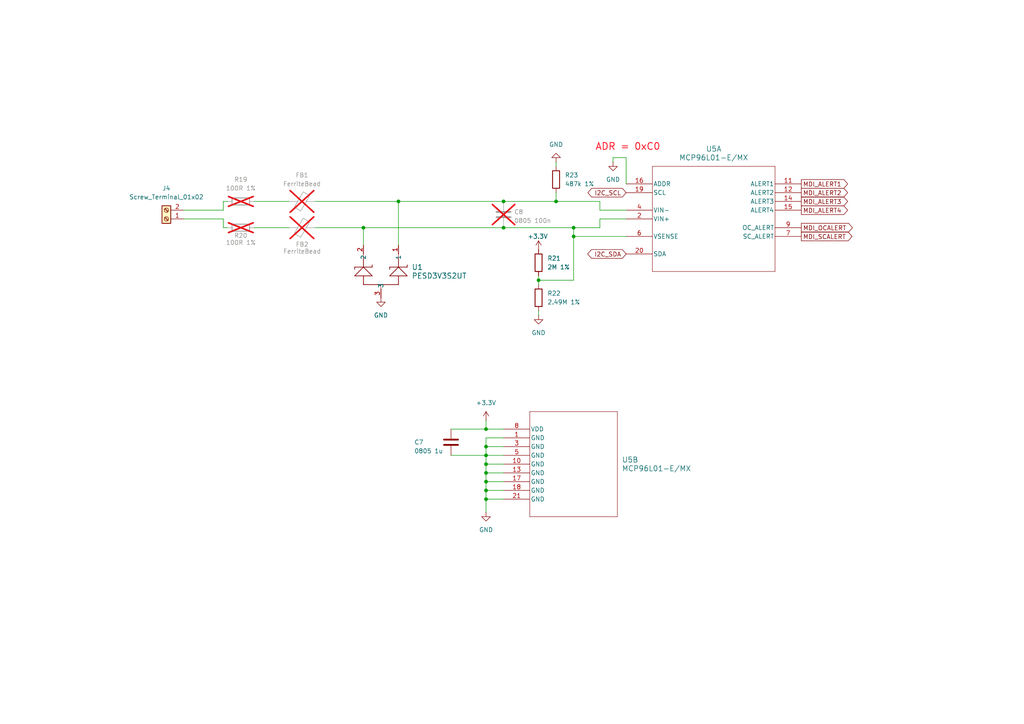
<source format=kicad_sch>
(kicad_sch (version 20250114) (generator "eeschema") (generator_version "9.0")
  (paper "A4")
  (lib_symbols
    (symbol "Connector:Screw_Terminal_01x02" (pin_names (offset 1.016) (hide yes))
      (property "Reference" "J" (at 0 2.54 0))
      (property "Value" "Screw_Terminal_01x02" (at 0 -5.08 0))
      (symbol "Screw_Terminal_01x02_1_1"
        (rectangle (start -1.27 1.27) (end 1.27 -3.81) (stroke (width 0.254)) (fill (type background)))
        (polyline (pts (xy -0.5334 0.3302) (xy 0.3302 -0.508)) (stroke (width 0.1524)))
        (polyline (pts (xy -0.5334 -2.2098) (xy 0.3302 -3.048)) (stroke (width 0.1524)))
        (polyline (pts (xy -0.3556 0.508) (xy 0.508 -0.3302)) (stroke (width 0.1524)))
        (polyline (pts (xy -0.3556 -2.032) (xy 0.508 -2.8702)) (stroke (width 0.1524)))
        (circle (center 0 0) (radius 0.635) (stroke (width 0.1524)))
        (circle (center 0 -2.54) (radius 0.635) (stroke (width 0.1524)))
        (pin passive line (at -5.08 0 0) (length 3.81) (name "Pin_1") (number "1"))
        (pin passive line (at -5.08 -2.54 0) (length 3.81) (name "Pin_2") (number "2"))
      )
    )
    (symbol "Device:C" (pin_numbers (hide yes)) (pin_names (offset 0.254))
      (property "Reference" "C" (at 0.635 2.54 0))
      (property "Value" "C" (at 0.635 -2.54 0))
      (symbol "C_0_1"
        (polyline (pts (xy -2.032 0.762) (xy 2.032 0.762)) (stroke (width 0.508)))
        (polyline (pts (xy -2.032 -0.762) (xy 2.032 -0.762)) (stroke (width 0.508)))
      )
      (symbol "C_1_1"
        (pin passive line (at 0 3.81 270) (length 2.794) (name "~") (number "1"))
        (pin passive line (at 0 -3.81 90) (length 2.794) (name "~") (number "2"))
      )
    )
    (symbol "Device:FerriteBead" (pin_numbers (hide yes)) (pin_names (offset 0))
      (property "Reference" "FB" (at -3.81 0.635 90))
      (property "Value" "FerriteBead" (at 3.81 0 90))
      (symbol "FerriteBead_0_1"
        (polyline (pts (xy -2.7686 0.4064) (xy -1.7018 2.2606) (xy 2.7686 -0.3048) (xy 1.6764 -2.159) (xy -2.7686 0.4064)))
        (polyline (pts (xy 0 1.27) (xy 0 1.2954)))
        (polyline (pts (xy 0 -1.27) (xy 0 -1.2192)))
      )
      (symbol "FerriteBead_1_1"
        (pin passive line (at 0 3.81 270) (length 2.54) (name "~") (number "1"))
        (pin passive line (at 0 -3.81 90) (length 2.54) (name "~") (number "2"))
      )
    )
    (symbol "Device:R" (pin_numbers (hide yes)) (pin_names (offset 0))
      (property "Reference" "R" (at 2.032 0 90))
      (property "Value" "R" (at 0 0 90))
      (symbol "R_0_1"
        (rectangle (start -1.016 -2.54) (end 1.016 2.54) (stroke (width 0.254)))
      )
      (symbol "R_1_1"
        (pin passive line (at 0 3.81 270) (length 1.27) (name "~") (number "1"))
        (pin passive line (at 0 -3.81 90) (length 1.27) (name "~") (number "2"))
      )
    )
    (symbol "GND_1" (power) (pin_numbers (hide yes)) (pin_names (offset 0) (hide yes))
      (property "Value" "GND" (at 0 -3.81 0))
      (symbol "GND_1_0_1"
        (polyline (pts (xy 0 0) (xy 0 -1.27) (xy 1.27 -1.27) (xy 0 -2.54) (xy -1.27 -1.27) (xy 0 -1.27)))
      )
      (symbol "GND_1_1_1"
        (pin power_in line (at 0 0 270) (length 0) (name "~") (number "1"))
      )
    )
    (symbol "GND_2" (power) (pin_numbers (hide yes)) (pin_names (offset 0) (hide yes))
      (property "Value" "GND" (at 0 -3.81 0))
      (symbol "GND_2_0_1"
        (polyline (pts (xy 0 0) (xy 0 -1.27) (xy 1.27 -1.27) (xy 0 -2.54) (xy -1.27 -1.27) (xy 0 -1.27)))
      )
      (symbol "GND_2_1_1"
        (pin power_in line (at 0 0 270) (length 0) (name "~") (number "1"))
      )
    )
    (symbol "MCP96L01:MCP96L01-E_MX" (pin_names (offset 0.254))
      (property "Reference" "U" (at 25.4 10.16 0))
      (property "Value" "MCP96L01-E/MX" (at 25.4 7.62 0))
      (symbol "MCP96L01-E_MX_1_1"
        (polyline (pts (xy 7.62 5.08) (xy 7.62 -25.4)) (stroke (width 0.127)))
        (polyline (pts (xy 7.62 -25.4) (xy 43.18 -25.4)) (stroke (width 0.127)))
        (polyline (pts (xy 43.18 5.08) (xy 7.62 5.08)) (stroke (width 0.127)))
        (polyline (pts (xy 43.18 -25.4) (xy 43.18 5.08)) (stroke (width 0.127)))
        (pin input line (at 0 0 0) (length 7.62) (name "ADDR") (number "16"))
        (pin input line (at 0 -2.54 0) (length 7.62) (name "SCL") (number "19"))
        (pin input line (at 0 -7.62 0) (length 7.62) (name "VIN-") (number "4"))
        (pin input line (at 0 -10.16 0) (length 7.62) (name "VIN+") (number "2"))
        (pin input line (at 0 -15.24 0) (length 7.62) (name "VSENSE") (number "6"))
        (pin bidirectional line (at 0 -20.32 0) (length 7.62) (name "SDA") (number "20"))
        (pin output line (at 50.8 0 180) (length 7.62) (name "ALERT1") (number "11"))
        (pin output line (at 50.8 -2.54 180) (length 7.62) (name "ALERT2") (number "12"))
        (pin output line (at 50.8 -5.08 180) (length 7.62) (name "ALERT3") (number "14"))
        (pin output line (at 50.8 -7.62 180) (length 7.62) (name "ALERT4") (number "15"))
        (pin output line (at 50.8 -12.7 180) (length 7.62) (name "OC_ALERT") (number "9"))
        (pin output line (at 50.8 -15.24 180) (length 7.62) (name "SC_ALERT") (number "7"))
      )
      (symbol "MCP96L01-E_MX_2_1"
        (polyline (pts (xy 7.62 5.08) (xy 7.62 -25.4)) (stroke (width 0.127)))
        (polyline (pts (xy 7.62 -25.4) (xy 33.02 -25.4)) (stroke (width 0.127)))
        (polyline (pts (xy 33.02 5.08) (xy 7.62 5.08)) (stroke (width 0.127)))
        (polyline (pts (xy 33.02 -25.4) (xy 33.02 5.08)) (stroke (width 0.127)))
        (pin power_in line (at 0 0 0) (length 7.62) (name "VDD") (number "8"))
        (pin power_out line (at 0 -2.54 0) (length 7.62) (name "GND") (number "1"))
        (pin power_out line (at 0 -5.08 0) (length 7.62) (name "GND") (number "3"))
        (pin power_out line (at 0 -7.62 0) (length 7.62) (name "GND") (number "5"))
        (pin power_out line (at 0 -10.16 0) (length 7.62) (name "GND") (number "10"))
        (pin power_out line (at 0 -12.7 0) (length 7.62) (name "GND") (number "13"))
        (pin power_out line (at 0 -15.24 0) (length 7.62) (name "GND") (number "17"))
        (pin power_out line (at 0 -17.78 0) (length 7.62) (name "GND") (number "18"))
        (pin power_out line (at 0 -20.32 0) (length 7.62) (name "GND") (number "21"))
      )
    )
    (symbol "PESD3V3S2UT:PESD3V3S2UT" (pin_names (offset 0.254))
      (property "Reference" "U" (at 6.985 -15.24 0))
      (property "Value" "PESD3V3S2UT" (at 6.985 -19.05 0))
      (symbol "PESD3V3S2UT_0_1"
        (polyline (pts (xy 2.54 0) (xy 3.81 0)) (stroke (width 0.127)))
        (polyline (pts (xy 3.81 0) (xy 6.35 0)) (stroke (width 0.2032)))
        (polyline (pts (xy 3.81 -10.16) (xy 2.54 -10.16)) (stroke (width 0.127)))
        (polyline (pts (xy 3.81 -10.16) (xy 6.35 -10.16)) (stroke (width 0.2032)))
        (polyline (pts (xy 6.35 2.54) (xy 5.715 2.54)) (stroke (width 0.2032)))
        (polyline (pts (xy 6.35 2.54) (xy 6.35 -2.54)) (stroke (width 0.2032)))
        (polyline (pts (xy 6.35 -2.54) (xy 6.985 -2.54)) (stroke (width 0.2032)))
        (polyline (pts (xy 6.35 -7.62) (xy 5.715 -7.62)) (stroke (width 0.2032)))
        (polyline (pts (xy 6.35 -12.7) (xy 6.35 -7.62)) (stroke (width 0.2032)))
        (polyline (pts (xy 6.35 -12.7) (xy 6.985 -12.7)) (stroke (width 0.2032)))
        (polyline (pts (xy 8.89 2.54) (xy 6.35 0)) (stroke (width 0.2032)))
        (polyline (pts (xy 8.89 2.54) (xy 8.89 -2.54)) (stroke (width 0.2032)))
        (polyline (pts (xy 8.89 -2.54) (xy 6.35 0)) (stroke (width 0.2032)))
        (polyline (pts (xy 8.89 -7.62) (xy 6.35 -10.16)) (stroke (width 0.2032)))
        (polyline (pts (xy 8.89 -12.7) (xy 6.35 -10.16)) (stroke (width 0.2032)))
        (polyline (pts (xy 8.89 -12.7) (xy 8.89 -7.62)) (stroke (width 0.2032)))
        (polyline (pts (xy 11.43 0) (xy 8.89 0)) (stroke (width 0.2032)))
        (polyline (pts (xy 11.43 0) (xy 11.43 -10.16)) (stroke (width 0.2032)))
        (polyline (pts (xy 11.43 -10.16) (xy 8.89 -10.16)) (stroke (width 0.2032)))
        (polyline (pts (xy 12.7 -5.08) (xy 11.43 -5.08)) (stroke (width 0.127)))
        (pin unspecified line (at 0 0 0) (length 2.54) (name "1") (number "1"))
        (pin unspecified line (at 0 -10.16 0) (length 2.54) (name "2") (number "2"))
        (pin unspecified line (at 15.24 -5.08 180) (length 2.54) (name "3") (number "3"))
      )
    )
    (symbol "power:+3.3V" (power) (pin_numbers (hide yes)) (pin_names (offset 0) (hide yes))
      (property "Value" "+3.3V" (at 0 3.556 0))
      (symbol "+3.3V_0_1"
        (polyline (pts (xy -0.762 1.27) (xy 0 2.54)))
        (polyline (pts (xy 0 2.54) (xy 0.762 1.27)))
        (polyline (pts (xy 0 0) (xy 0 2.54)))
      )
      (symbol "+3.3V_1_1"
        (pin power_in line (at 0 0 90) (length 0) (name "~") (number "1"))
      )
    )
  )
  (text "ADR = 0xC0" (at 182.118 42.672 0) (effects (font (size 2 2) (thickness 0.254) (bold yes))))
  (junction (at 140.97 142.24))
  (junction (at 146.05 58.42))
  (junction (at 140.97 129.54))
  (junction (at 140.97 139.7))
  (junction (at 166.37 68.58))
  (junction (at 140.97 137.16))
  (junction (at 140.97 132.08))
  (junction (at 140.97 124.46))
  (junction (at 146.05 66.04))
  (junction (at 115.57 58.42))
  (junction (at 105.41 66.04))
  (junction (at 140.97 144.78))
  (junction (at 156.21 81.28))
  (junction (at 140.97 134.62))
  (junction (at 161.29 58.42))
  (junction (at 166.37 66.04))
  (wire (pts (xy 64.77 58.42) (xy 66.04 58.42)))
  (wire (pts (xy 140.97 137.16) (xy 140.97 139.7)))
  (wire (pts (xy 166.37 68.58) (xy 166.37 81.28)))
  (wire (pts (xy 156.21 81.28) (xy 156.21 82.55)))
  (wire (pts (xy 115.57 58.42) (xy 146.05 58.42)))
  (wire (pts (xy 105.41 71.12) (xy 105.41 66.04)))
  (wire (pts (xy 161.29 46.99) (xy 161.29 48.26)))
  (wire (pts (xy 91.44 58.42) (xy 115.57 58.42)))
  (wire (pts (xy 181.61 45.72) (xy 177.8 45.72)))
  (wire (pts (xy 156.21 81.28) (xy 166.37 81.28)))
  (wire (pts (xy 140.97 144.78) (xy 140.97 148.59)))
  (wire (pts (xy 140.97 142.24) (xy 140.97 144.78)))
  (wire (pts (xy 130.81 124.46) (xy 140.97 124.46)))
  (wire (pts (xy 173.99 60.96) (xy 181.61 60.96)))
  (wire (pts (xy 64.77 63.5) (xy 64.77 66.04)))
  (wire (pts (xy 53.34 63.5) (xy 64.77 63.5)))
  (wire (pts (xy 140.97 144.78) (xy 146.05 144.78)))
  (wire (pts (xy 140.97 137.16) (xy 146.05 137.16)))
  (wire (pts (xy 83.82 66.04) (xy 73.66 66.04)))
  (wire (pts (xy 146.05 58.42) (xy 161.29 58.42)))
  (wire (pts (xy 140.97 129.54) (xy 146.05 129.54)))
  (wire (pts (xy 140.97 124.46) (xy 140.97 121.92)))
  (wire (pts (xy 91.44 66.04) (xy 105.41 66.04)))
  (wire (pts (xy 166.37 68.58) (xy 181.61 68.58)))
  (wire (pts (xy 166.37 68.58) (xy 166.37 66.04)))
  (wire (pts (xy 161.29 55.88) (xy 161.29 58.42)))
  (wire (pts (xy 146.05 66.04) (xy 166.37 66.04)))
  (wire (pts (xy 146.05 127) (xy 140.97 127)))
  (wire (pts (xy 73.66 58.42) (xy 83.82 58.42)))
  (wire (pts (xy 166.37 66.04) (xy 173.99 66.04)))
  (wire (pts (xy 140.97 134.62) (xy 140.97 137.16)))
  (wire (pts (xy 140.97 139.7) (xy 140.97 142.24)))
  (wire (pts (xy 140.97 132.08) (xy 140.97 134.62)))
  (wire (pts (xy 140.97 142.24) (xy 146.05 142.24)))
  (wire (pts (xy 161.29 58.42) (xy 173.99 58.42)))
  (wire (pts (xy 66.04 66.04) (xy 64.77 66.04)))
  (wire (pts (xy 140.97 139.7) (xy 146.05 139.7)))
  (wire (pts (xy 115.57 58.42) (xy 115.57 71.12)))
  (wire (pts (xy 140.97 132.08) (xy 146.05 132.08)))
  (wire (pts (xy 53.34 60.96) (xy 64.77 60.96)))
  (wire (pts (xy 140.97 127) (xy 140.97 129.54)))
  (wire (pts (xy 173.99 63.5) (xy 173.99 66.04)))
  (wire (pts (xy 156.21 90.17) (xy 156.21 91.44)))
  (wire (pts (xy 181.61 63.5) (xy 173.99 63.5)))
  (wire (pts (xy 156.21 80.01) (xy 156.21 81.28)))
  (wire (pts (xy 146.05 124.46) (xy 140.97 124.46)))
  (wire (pts (xy 181.61 53.34) (xy 181.61 45.72)))
  (wire (pts (xy 177.8 45.72) (xy 177.8 46.99)))
  (wire (pts (xy 140.97 134.62) (xy 146.05 134.62)))
  (wire (pts (xy 130.81 132.08) (xy 140.97 132.08)))
  (wire (pts (xy 140.97 129.54) (xy 140.97 132.08)))
  (wire (pts (xy 64.77 58.42) (xy 64.77 60.96)))
  (wire (pts (xy 173.99 58.42) (xy 173.99 60.96)))
  (wire (pts (xy 105.41 66.04) (xy 146.05 66.04)))
  (global_label "MDI_SCALERT" (shape output) (at 232.41 68.58 0) (property "Intersheetrefs" "${INTERSHEET_REFS}" (effects (hide yes))))
  (global_label "I2C_SDA" (shape tri_state) (at 181.61 73.66 180) (property "Intersheetrefs" "${INTERSHEET_REFS}" (effects (hide yes))))
  (global_label "MDI_ALERT2" (shape output) (at 232.41 55.88 0) (property "Intersheetrefs" "${INTERSHEET_REFS}" (effects (hide yes))))
  (global_label "MDI_OCALERT" (shape output) (at 232.41 66.04 0) (property "Intersheetrefs" "${INTERSHEET_REFS}" (effects (hide yes))))
  (global_label "MDI_ALERT1" (shape output) (at 232.41 53.34 0) (property "Intersheetrefs" "${INTERSHEET_REFS}" (effects (hide yes))))
  (global_label "MDI_ALERT4" (shape output) (at 232.41 60.96 0) (property "Intersheetrefs" "${INTERSHEET_REFS}" (effects (hide yes))))
  (global_label "I2C_SCL" (shape tri_state) (at 181.61 55.88 180) (property "Intersheetrefs" "${INTERSHEET_REFS}" (effects (hide yes))))
  (global_label "MDI_ALERT3" (shape output) (at 232.41 58.42 0) (property "Intersheetrefs" "${INTERSHEET_REFS}" (effects (hide yes))))
  (symbol (lib_id "PESD3V3S2UT:PESD3V3S2UT") (at 115.57 71.12 270) (unit 1)
    (property "Reference" "U1" (at 119.38 77.4699 90) (effects (font (size 1.524 1.524)) (justify left)))
    (property "Value" "PESD3V3S2UT" (at 119.38 80.0099 90) (effects (font (size 1.524 1.524)) (justify left)))
    (property "Footprint" "PESD3V3S2UT:SOT23_NEX-L" (effects (hide yes)))
    (property "Datasheet" "PESD3V3S2UT" (effects (hide yes)))
  )
  (symbol (lib_id "Connector:Screw_Terminal_01x02") (at 48.26 63.5 180) (unit 1)
    (property "Reference" "J4" (at 48.26 54.61 0))
    (property "Value" "Screw_Terminal_01x02" (at 48.26 57.15 0))
    (property "Footprint" "TerminalBlock:TerminalBlock_Altech_AK300-2_P5.00mm" (effects (hide yes)))
    (property "Description" "Generic screw terminal, single row, 01x02, script generated (kicad-library-utils/schlib/autogen/connector/)" (effects (hide yes)))
  )
  (symbol (lib_id "Device:R") (at 156.21 76.2 0) (unit 1)
    (property "Reference" "R21" (at 158.75 74.9299 0) (effects (justify left)))
    (property "Value" "2M 1%" (at 158.75 77.4699 0) (effects (justify left)))
    (property "Footprint" "Resistor_SMD:R_0805_2012Metric_Pad1.20x1.40mm_HandSolder" (effects (hide yes)))
    (property "Description" "Resistor" (effects (hide yes)))
  )
  (symbol (lib_id "Device:R") (at 69.85 58.42 90) (unit 1) (dnp yes)
    (property "Reference" "R19" (at 69.85 52.07 90))
    (property "Value" "100R 1%" (at 69.85 54.61 90))
    (property "Footprint" "Resistor_SMD:R_0805_2012Metric_Pad1.20x1.40mm_HandSolder" (effects (hide yes)))
    (property "Description" "Resistor" (effects (hide yes)))
  )
  (symbol (lib_id "Device:C") (at 146.05 62.23 0) (unit 1) (dnp yes)
    (property "Reference" "C8" (at 149.098 61.468 0) (effects (justify left)))
    (property "Value" "0805 100n" (at 149.098 64.008 0) (effects (justify left)))
    (property "Footprint" "Capacitor_SMD:C_0805_2012Metric_Pad1.18x1.45mm_HandSolder" (effects (hide yes)))
    (property "Datasheet" "C0805 1.0uF 16V X7R SAMSUNG " (effects (hide yes)))
    (property "Description" "Unpolarized capacitor" (effects (hide yes)))
  )
  (symbol (lib_id "MCP96L01:MCP96L01-E_MX") (at 146.05 124.46 0) (unit 2)
    (property "Reference" "U5" (at 180.34 133.3499 0) (effects (font (size 1.524 1.524)) (justify left)))
    (property "Value" "MCP96L01-E/MX" (at 180.34 135.8899 0) (effects (font (size 1.524 1.524)) (justify left)))
    (property "Footprint" "MCP96:MQFN20_NU_MCH" (effects (hide yes)))
    (property "Datasheet" "MCP96L01-E/MX" (effects (hide yes)))
  )
  (symbol (lib_name "GND_1") (lib_id "power:GND") (at 156.21 91.44 0) (unit 1)
    (property "Reference" "#PWR027" (effects (hide yes)))
    (property "Value" "GND" (at 156.21 96.52 0))
    (property "Description" "Power symbol creates a global label with name \"GND\" , ground" (effects (hide yes)))
  )
  (symbol (lib_id "Device:C") (at 130.81 128.27 0) (unit 1)
    (property "Reference" "C7" (at 120.142 128.27 0) (effects (justify left)))
    (property "Value" "0805 1u" (at 120.142 130.81 0) (effects (justify left)))
    (property "Footprint" "Capacitor_SMD:C_0805_2012Metric_Pad1.18x1.45mm_HandSolder" (effects (hide yes)))
    (property "Datasheet" "C0805 1.0uF 16V X7R SAMSUNG " (effects (hide yes)))
    (property "Description" "Unpolarized capacitor" (effects (hide yes)))
  )
  (symbol (lib_id "power:+3.3V") (at 140.97 121.92 0) (unit 1)
    (property "Reference" "#PWR024" (effects (hide yes)))
    (property "Value" "+3.3V" (at 140.97 116.84 0))
    (property "Description" "Power symbol creates a global label with name \"+3.3V\"" (effects (hide yes)))
  )
  (symbol (lib_name "GND_2") (lib_id "power:GND") (at 110.49 86.36 0) (unit 1)
    (property "Reference" "#PWR012" (effects (hide yes)))
    (property "Value" "GND" (at 110.49 91.44 0))
    (property "Description" "Power symbol creates a global label with name \"GND\" , ground" (effects (hide yes)))
  )
  (symbol (lib_id "Device:FerriteBead") (at 87.63 66.04 90) (unit 1) (dnp yes)
    (property "Reference" "FB2" (at 87.63 70.866 90))
    (property "Value" "FerriteBead" (at 87.63 72.898 90))
    (property "Footprint" "Capacitor_SMD:C_0805_2012Metric_Pad1.18x1.45mm_HandSolder" (effects (hide yes)))
    (property "Datasheet" "BLM21AG102SN1D" (effects (hide yes)))
    (property "Description" "Ferrite bead" (effects (hide yes)))
  )
  (symbol (lib_id "MCP96L01:MCP96L01-E_MX") (at 181.61 53.34 0) (unit 1)
    (property "Reference" "U5" (at 207.01 43.18 0) (effects (font (size 1.524 1.524))))
    (property "Value" "MCP96L01-E/MX" (at 207.01 45.72 0) (effects (font (size 1.524 1.524))))
    (property "Footprint" "MCP96:MQFN20_NU_MCH" (effects (hide yes)))
    (property "Datasheet" "MCP96L01-E/MX" (effects (hide yes)))
  )
  (symbol (lib_id "Device:FerriteBead") (at 87.63 58.42 90) (unit 1) (dnp yes)
    (property "Reference" "FB1" (at 87.5792 50.8 90))
    (property "Value" "FerriteBead" (at 87.5792 53.34 90))
    (property "Footprint" "Capacitor_SMD:C_0805_2012Metric_Pad1.18x1.45mm_HandSolder" (effects (hide yes)))
    (property "Datasheet" "BLM21AG102SN1D" (effects (hide yes)))
    (property "Description" "Ferrite bead" (effects (hide yes)))
  )
  (symbol (lib_id "Device:R") (at 156.21 86.36 0) (unit 1)
    (property "Reference" "R22" (at 158.75 85.0899 0) (effects (justify left)))
    (property "Value" "2.49M 1%" (at 158.75 87.6299 0) (effects (justify left)))
    (property "Footprint" "Resistor_SMD:R_0805_2012Metric_Pad1.20x1.40mm_HandSolder" (effects (hide yes)))
    (property "Description" "Resistor" (effects (hide yes)))
  )
  (symbol (lib_id "Device:R") (at 69.85 66.04 90) (unit 1) (dnp yes)
    (property "Reference" "R20" (at 69.85 68.326 90))
    (property "Value" "100R 1%" (at 69.85 70.358 90))
    (property "Footprint" "Resistor_SMD:R_0805_2012Metric_Pad1.20x1.40mm_HandSolder" (effects (hide yes)))
    (property "Description" "Resistor" (effects (hide yes)))
  )
  (symbol (lib_id "power:+3.3V") (at 156.21 72.39 0) (unit 1)
    (property "Reference" "#PWR026" (effects (hide yes)))
    (property "Value" "+3.3V" (at 155.956 68.58 0))
    (property "Description" "Power symbol creates a global label with name \"+3.3V\"" (effects (hide yes)))
  )
  (symbol (lib_name "GND_2") (lib_id "power:GND") (at 177.8 46.99 0) (unit 1)
    (property "Reference" "#PWR015" (effects (hide yes)))
    (property "Value" "GND" (at 177.8 52.07 0))
    (property "Description" "Power symbol creates a global label with name \"GND\" , ground" (effects (hide yes)))
  )
  (symbol (lib_name "GND_1") (lib_id "power:GND") (at 140.97 148.59 0) (unit 1)
    (property "Reference" "#PWR025" (effects (hide yes)))
    (property "Value" "GND" (at 140.97 153.67 0))
    (property "Description" "Power symbol creates a global label with name \"GND\" , ground" (effects (hide yes)))
  )
  (symbol (lib_id "Device:R") (at 161.29 52.07 0) (unit 1)
    (property "Reference" "R23" (at 163.83 50.7999 0) (effects (justify left)))
    (property "Value" "487k 1%" (at 163.83 53.3399 0) (effects (justify left)))
    (property "Footprint" "Resistor_SMD:R_0805_2012Metric_Pad1.20x1.40mm_HandSolder" (effects (hide yes)))
    (property "Description" "Resistor" (effects (hide yes)))
  )
  (symbol (lib_name "GND_1") (lib_id "power:GND") (at 161.29 46.99 180) (unit 1)
    (property "Reference" "#PWR028" (effects (hide yes)))
    (property "Value" "GND" (at 161.29 41.91 0))
    (property "Description" "Power symbol creates a global label with name \"GND\" , ground" (effects (hide yes)))
  )
)
</source>
